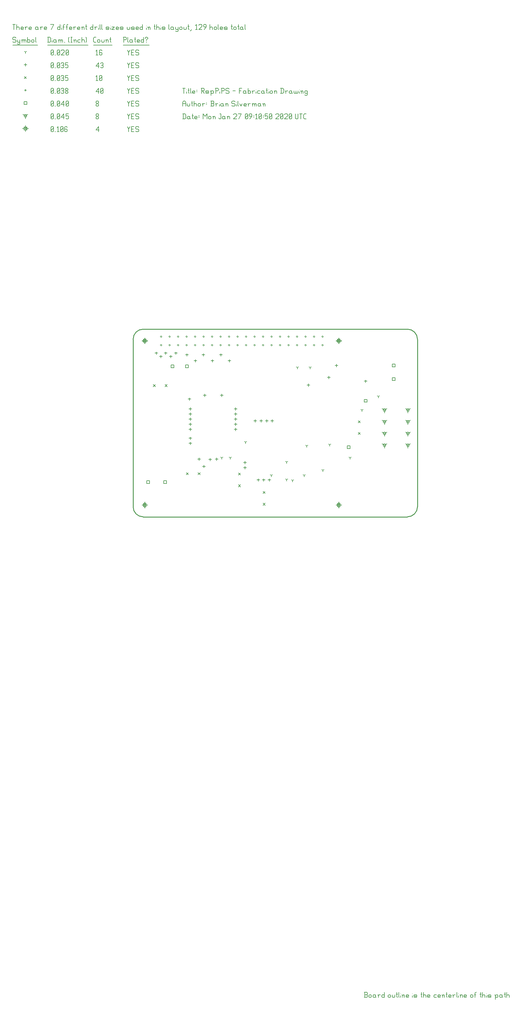
<source format=gbr>
G04 start of page 13 for group -3984 idx -3984 *
G04 Title: RspPiPS, fab *
G04 Creator: pcb 4.2.0 *
G04 CreationDate: Mon Jan 27 09:10:50 2020 UTC *
G04 For: brian *
G04 Format: Gerber/RS-274X *
G04 PCB-Dimensions (mil): 10000.00 10000.00 *
G04 PCB-Coordinate-Origin: lower left *
%MOIN*%
%FSLAX25Y25*%
%LNFAB*%
%ADD100C,0.0100*%
%ADD99C,0.0075*%
%ADD98C,0.0060*%
%ADD97R,0.0080X0.0080*%
G54D97*X383858Y765011D02*Y758611D01*
X380658Y761811D02*X387058D01*
X382258Y763411D02*X385458D01*
X382258D02*Y760211D01*
X385458D01*
Y763411D02*Y760211D01*
X383858Y572098D02*Y565698D01*
X380658Y568898D02*X387058D01*
X382258Y570498D02*X385458D01*
X382258D02*Y567298D01*
X385458D01*
Y570498D02*Y567298D01*
X155512Y765011D02*Y758611D01*
X152312Y761811D02*X158712D01*
X153912Y763411D02*X157112D01*
X153912D02*Y760211D01*
X157112D01*
Y763411D02*Y760211D01*
X155512Y572098D02*Y565698D01*
X152312Y568898D02*X158712D01*
X153912Y570498D02*X157112D01*
X153912D02*Y567298D01*
X157112D01*
Y570498D02*Y567298D01*
X15000Y1014450D02*Y1008050D01*
X11800Y1011250D02*X18200D01*
X13400Y1012850D02*X16600D01*
X13400D02*Y1009650D01*
X16600D01*
Y1012850D02*Y1009650D01*
G54D98*X135000Y1013500D02*X136500Y1010500D01*
X138000Y1013500D01*
X136500Y1010500D02*Y1007500D01*
X139800Y1010800D02*X142050D01*
X139800Y1007500D02*X142800D01*
X139800Y1013500D02*Y1007500D01*
Y1013500D02*X142800D01*
X147600D02*X148350Y1012750D01*
X145350Y1013500D02*X147600D01*
X144600Y1012750D02*X145350Y1013500D01*
X144600Y1012750D02*Y1011250D01*
X145350Y1010500D01*
X147600D01*
X148350Y1009750D01*
Y1008250D01*
X147600Y1007500D02*X148350Y1008250D01*
X145350Y1007500D02*X147600D01*
X144600Y1008250D02*X145350Y1007500D01*
X98000Y1009750D02*X101000Y1013500D01*
X98000Y1009750D02*X101750D01*
X101000Y1013500D02*Y1007500D01*
X45000Y1008250D02*X45750Y1007500D01*
X45000Y1012750D02*Y1008250D01*
Y1012750D02*X45750Y1013500D01*
X47250D01*
X48000Y1012750D01*
Y1008250D01*
X47250Y1007500D02*X48000Y1008250D01*
X45750Y1007500D02*X47250D01*
X45000Y1009000D02*X48000Y1012000D01*
X49800Y1007500D02*X50550D01*
X52350Y1012300D02*X53550Y1013500D01*
Y1007500D01*
X52350D02*X54600D01*
X56400Y1008250D02*X57150Y1007500D01*
X56400Y1012750D02*Y1008250D01*
Y1012750D02*X57150Y1013500D01*
X58650D01*
X59400Y1012750D01*
Y1008250D01*
X58650Y1007500D02*X59400Y1008250D01*
X57150Y1007500D02*X58650D01*
X56400Y1009000D02*X59400Y1012000D01*
X63450Y1013500D02*X64200Y1012750D01*
X61950Y1013500D02*X63450D01*
X61200Y1012750D02*X61950Y1013500D01*
X61200Y1012750D02*Y1008250D01*
X61950Y1007500D01*
X63450Y1010800D02*X64200Y1010050D01*
X61200Y1010800D02*X63450D01*
X61950Y1007500D02*X63450D01*
X64200Y1008250D01*
Y1010050D02*Y1008250D01*
X437610Y639323D02*Y636123D01*
Y639323D02*X440383Y640923D01*
X437610Y639323D02*X434837Y640923D01*
X436010Y639323D02*G75*G03X439210Y639323I1600J0D01*G01*
G75*G03X436010Y639323I-1600J0D01*G01*
X465169D02*Y636123D01*
Y639323D02*X467942Y640923D01*
X465169Y639323D02*X462396Y640923D01*
X463569Y639323D02*G75*G03X466769Y639323I1600J0D01*G01*
G75*G03X463569Y639323I-1600J0D01*G01*
X437610Y653102D02*Y649902D01*
Y653102D02*X440383Y654702D01*
X437610Y653102D02*X434837Y654702D01*
X436010Y653102D02*G75*G03X439210Y653102I1600J0D01*G01*
G75*G03X436010Y653102I-1600J0D01*G01*
X465169D02*Y649902D01*
Y653102D02*X467942Y654702D01*
X465169Y653102D02*X462396Y654702D01*
X463569Y653102D02*G75*G03X466769Y653102I1600J0D01*G01*
G75*G03X463569Y653102I-1600J0D01*G01*
X437610Y666882D02*Y663682D01*
Y666882D02*X440383Y668482D01*
X437610Y666882D02*X434837Y668482D01*
X436010Y666882D02*G75*G03X439210Y666882I1600J0D01*G01*
G75*G03X436010Y666882I-1600J0D01*G01*
X465169D02*Y663682D01*
Y666882D02*X467942Y668482D01*
X465169Y666882D02*X462396Y668482D01*
X463569Y666882D02*G75*G03X466769Y666882I1600J0D01*G01*
G75*G03X463569Y666882I-1600J0D01*G01*
X437610Y680661D02*Y677461D01*
Y680661D02*X440383Y682261D01*
X437610Y680661D02*X434837Y682261D01*
X436010Y680661D02*G75*G03X439210Y680661I1600J0D01*G01*
G75*G03X436010Y680661I-1600J0D01*G01*
X465169D02*Y677461D01*
Y680661D02*X467942Y682261D01*
X465169Y680661D02*X462396Y682261D01*
X463569Y680661D02*G75*G03X466769Y680661I1600J0D01*G01*
G75*G03X463569Y680661I-1600J0D01*G01*
X15000Y1026250D02*Y1023050D01*
Y1026250D02*X17773Y1027850D01*
X15000Y1026250D02*X12227Y1027850D01*
X13400Y1026250D02*G75*G03X16600Y1026250I1600J0D01*G01*
G75*G03X13400Y1026250I-1600J0D01*G01*
X135000Y1028500D02*X136500Y1025500D01*
X138000Y1028500D01*
X136500Y1025500D02*Y1022500D01*
X139800Y1025800D02*X142050D01*
X139800Y1022500D02*X142800D01*
X139800Y1028500D02*Y1022500D01*
Y1028500D02*X142800D01*
X147600D02*X148350Y1027750D01*
X145350Y1028500D02*X147600D01*
X144600Y1027750D02*X145350Y1028500D01*
X144600Y1027750D02*Y1026250D01*
X145350Y1025500D01*
X147600D01*
X148350Y1024750D01*
Y1023250D01*
X147600Y1022500D02*X148350Y1023250D01*
X145350Y1022500D02*X147600D01*
X144600Y1023250D02*X145350Y1022500D01*
X98000Y1023250D02*X98750Y1022500D01*
X98000Y1024450D02*Y1023250D01*
Y1024450D02*X99050Y1025500D01*
X99950D01*
X101000Y1024450D01*
Y1023250D01*
X100250Y1022500D02*X101000Y1023250D01*
X98750Y1022500D02*X100250D01*
X98000Y1026550D02*X99050Y1025500D01*
X98000Y1027750D02*Y1026550D01*
Y1027750D02*X98750Y1028500D01*
X100250D01*
X101000Y1027750D01*
Y1026550D01*
X99950Y1025500D02*X101000Y1026550D01*
X45000Y1023250D02*X45750Y1022500D01*
X45000Y1027750D02*Y1023250D01*
Y1027750D02*X45750Y1028500D01*
X47250D01*
X48000Y1027750D01*
Y1023250D01*
X47250Y1022500D02*X48000Y1023250D01*
X45750Y1022500D02*X47250D01*
X45000Y1024000D02*X48000Y1027000D01*
X49800Y1022500D02*X50550D01*
X52350Y1023250D02*X53100Y1022500D01*
X52350Y1027750D02*Y1023250D01*
Y1027750D02*X53100Y1028500D01*
X54600D01*
X55350Y1027750D01*
Y1023250D01*
X54600Y1022500D02*X55350Y1023250D01*
X53100Y1022500D02*X54600D01*
X52350Y1024000D02*X55350Y1027000D01*
X57150Y1024750D02*X60150Y1028500D01*
X57150Y1024750D02*X60900D01*
X60150Y1028500D02*Y1022500D01*
X62700Y1028500D02*X65700D01*
X62700D02*Y1025500D01*
X63450Y1026250D01*
X64950D01*
X65700Y1025500D01*
Y1023250D01*
X64950Y1022500D02*X65700Y1023250D01*
X63450Y1022500D02*X64950D01*
X62700Y1023250D02*X63450Y1022500D01*
X413900Y693100D02*X417100D01*
X413900D02*Y689900D01*
X417100D01*
Y693100D02*Y689900D01*
X446900Y718600D02*X450100D01*
X446900D02*Y715400D01*
X450100D01*
Y718600D02*Y715400D01*
X446900Y734600D02*X450100D01*
X446900D02*Y731400D01*
X450100D01*
Y734600D02*Y731400D01*
X157900Y597600D02*X161100D01*
X157900D02*Y594400D01*
X161100D01*
Y597600D02*Y594400D01*
X177900Y597600D02*X181100D01*
X177900D02*Y594400D01*
X181100D01*
Y597600D02*Y594400D01*
X393900Y638600D02*X397100D01*
X393900D02*Y635400D01*
X397100D01*
Y638600D02*Y635400D01*
X203400Y733600D02*X206600D01*
X203400D02*Y730400D01*
X206600D01*
Y733600D02*Y730400D01*
X186400Y733600D02*X189600D01*
X186400D02*Y730400D01*
X189600D01*
Y733600D02*Y730400D01*
X13400Y1042850D02*X16600D01*
X13400D02*Y1039650D01*
X16600D01*
Y1042850D02*Y1039650D01*
X135000Y1043500D02*X136500Y1040500D01*
X138000Y1043500D01*
X136500Y1040500D02*Y1037500D01*
X139800Y1040800D02*X142050D01*
X139800Y1037500D02*X142800D01*
X139800Y1043500D02*Y1037500D01*
Y1043500D02*X142800D01*
X147600D02*X148350Y1042750D01*
X145350Y1043500D02*X147600D01*
X144600Y1042750D02*X145350Y1043500D01*
X144600Y1042750D02*Y1041250D01*
X145350Y1040500D01*
X147600D01*
X148350Y1039750D01*
Y1038250D01*
X147600Y1037500D02*X148350Y1038250D01*
X145350Y1037500D02*X147600D01*
X144600Y1038250D02*X145350Y1037500D01*
X98000Y1038250D02*X98750Y1037500D01*
X98000Y1039450D02*Y1038250D01*
Y1039450D02*X99050Y1040500D01*
X99950D01*
X101000Y1039450D01*
Y1038250D01*
X100250Y1037500D02*X101000Y1038250D01*
X98750Y1037500D02*X100250D01*
X98000Y1041550D02*X99050Y1040500D01*
X98000Y1042750D02*Y1041550D01*
Y1042750D02*X98750Y1043500D01*
X100250D01*
X101000Y1042750D01*
Y1041550D01*
X99950Y1040500D02*X101000Y1041550D01*
X45000Y1038250D02*X45750Y1037500D01*
X45000Y1042750D02*Y1038250D01*
Y1042750D02*X45750Y1043500D01*
X47250D01*
X48000Y1042750D01*
Y1038250D01*
X47250Y1037500D02*X48000Y1038250D01*
X45750Y1037500D02*X47250D01*
X45000Y1039000D02*X48000Y1042000D01*
X49800Y1037500D02*X50550D01*
X52350Y1038250D02*X53100Y1037500D01*
X52350Y1042750D02*Y1038250D01*
Y1042750D02*X53100Y1043500D01*
X54600D01*
X55350Y1042750D01*
Y1038250D01*
X54600Y1037500D02*X55350Y1038250D01*
X53100Y1037500D02*X54600D01*
X52350Y1039000D02*X55350Y1042000D01*
X57150Y1039750D02*X60150Y1043500D01*
X57150Y1039750D02*X60900D01*
X60150Y1043500D02*Y1037500D01*
X62700Y1038250D02*X63450Y1037500D01*
X62700Y1042750D02*Y1038250D01*
Y1042750D02*X63450Y1043500D01*
X64950D01*
X65700Y1042750D01*
Y1038250D01*
X64950Y1037500D02*X65700Y1038250D01*
X63450Y1037500D02*X64950D01*
X62700Y1039000D02*X65700Y1042000D01*
X173900Y756800D02*G75*G03X175500Y756800I800J0D01*G01*
G75*G03X173900Y756800I-800J0D01*G01*
Y766800D02*G75*G03X175500Y766800I800J0D01*G01*
G75*G03X173900Y766800I-800J0D01*G01*
X183900Y756800D02*G75*G03X185500Y756800I800J0D01*G01*
G75*G03X183900Y756800I-800J0D01*G01*
Y766800D02*G75*G03X185500Y766800I800J0D01*G01*
G75*G03X183900Y766800I-800J0D01*G01*
X193900Y756800D02*G75*G03X195500Y756800I800J0D01*G01*
G75*G03X193900Y756800I-800J0D01*G01*
Y766800D02*G75*G03X195500Y766800I800J0D01*G01*
G75*G03X193900Y766800I-800J0D01*G01*
X203900Y756800D02*G75*G03X205500Y756800I800J0D01*G01*
G75*G03X203900Y756800I-800J0D01*G01*
Y766800D02*G75*G03X205500Y766800I800J0D01*G01*
G75*G03X203900Y766800I-800J0D01*G01*
X213900Y756800D02*G75*G03X215500Y756800I800J0D01*G01*
G75*G03X213900Y756800I-800J0D01*G01*
Y766800D02*G75*G03X215500Y766800I800J0D01*G01*
G75*G03X213900Y766800I-800J0D01*G01*
X223900Y756800D02*G75*G03X225500Y756800I800J0D01*G01*
G75*G03X223900Y756800I-800J0D01*G01*
Y766800D02*G75*G03X225500Y766800I800J0D01*G01*
G75*G03X223900Y766800I-800J0D01*G01*
X233900Y756800D02*G75*G03X235500Y756800I800J0D01*G01*
G75*G03X233900Y756800I-800J0D01*G01*
Y766800D02*G75*G03X235500Y766800I800J0D01*G01*
G75*G03X233900Y766800I-800J0D01*G01*
X243900Y756800D02*G75*G03X245500Y756800I800J0D01*G01*
G75*G03X243900Y756800I-800J0D01*G01*
Y766800D02*G75*G03X245500Y766800I800J0D01*G01*
G75*G03X243900Y766800I-800J0D01*G01*
X253900Y756800D02*G75*G03X255500Y756800I800J0D01*G01*
G75*G03X253900Y756800I-800J0D01*G01*
Y766800D02*G75*G03X255500Y766800I800J0D01*G01*
G75*G03X253900Y766800I-800J0D01*G01*
X263900Y756800D02*G75*G03X265500Y756800I800J0D01*G01*
G75*G03X263900Y756800I-800J0D01*G01*
Y766800D02*G75*G03X265500Y766800I800J0D01*G01*
G75*G03X263900Y766800I-800J0D01*G01*
X273900Y756800D02*G75*G03X275500Y756800I800J0D01*G01*
G75*G03X273900Y756800I-800J0D01*G01*
Y766800D02*G75*G03X275500Y766800I800J0D01*G01*
G75*G03X273900Y766800I-800J0D01*G01*
X283900Y756800D02*G75*G03X285500Y756800I800J0D01*G01*
G75*G03X283900Y756800I-800J0D01*G01*
Y766800D02*G75*G03X285500Y766800I800J0D01*G01*
G75*G03X283900Y766800I-800J0D01*G01*
X293900Y756800D02*G75*G03X295500Y756800I800J0D01*G01*
G75*G03X293900Y756800I-800J0D01*G01*
Y766800D02*G75*G03X295500Y766800I800J0D01*G01*
G75*G03X293900Y766800I-800J0D01*G01*
X303900Y756800D02*G75*G03X305500Y756800I800J0D01*G01*
G75*G03X303900Y756800I-800J0D01*G01*
Y766800D02*G75*G03X305500Y766800I800J0D01*G01*
G75*G03X303900Y766800I-800J0D01*G01*
X313900Y756800D02*G75*G03X315500Y756800I800J0D01*G01*
G75*G03X313900Y756800I-800J0D01*G01*
Y766800D02*G75*G03X315500Y766800I800J0D01*G01*
G75*G03X313900Y766800I-800J0D01*G01*
X323900Y756800D02*G75*G03X325500Y756800I800J0D01*G01*
G75*G03X323900Y756800I-800J0D01*G01*
Y766800D02*G75*G03X325500Y766800I800J0D01*G01*
G75*G03X323900Y766800I-800J0D01*G01*
X333900Y756800D02*G75*G03X335500Y756800I800J0D01*G01*
G75*G03X333900Y756800I-800J0D01*G01*
Y766800D02*G75*G03X335500Y766800I800J0D01*G01*
G75*G03X333900Y766800I-800J0D01*G01*
X343900Y756800D02*G75*G03X345500Y756800I800J0D01*G01*
G75*G03X343900Y756800I-800J0D01*G01*
Y766800D02*G75*G03X345500Y766800I800J0D01*G01*
G75*G03X343900Y766800I-800J0D01*G01*
X353900Y756800D02*G75*G03X355500Y756800I800J0D01*G01*
G75*G03X353900Y756800I-800J0D01*G01*
Y766800D02*G75*G03X355500Y766800I800J0D01*G01*
G75*G03X353900Y766800I-800J0D01*G01*
X363900Y756800D02*G75*G03X365500Y756800I800J0D01*G01*
G75*G03X363900Y756800I-800J0D01*G01*
Y766800D02*G75*G03X365500Y766800I800J0D01*G01*
G75*G03X363900Y766800I-800J0D01*G01*
X14200Y1056250D02*G75*G03X15800Y1056250I800J0D01*G01*
G75*G03X14200Y1056250I-800J0D01*G01*
X135000Y1058500D02*X136500Y1055500D01*
X138000Y1058500D01*
X136500Y1055500D02*Y1052500D01*
X139800Y1055800D02*X142050D01*
X139800Y1052500D02*X142800D01*
X139800Y1058500D02*Y1052500D01*
Y1058500D02*X142800D01*
X147600D02*X148350Y1057750D01*
X145350Y1058500D02*X147600D01*
X144600Y1057750D02*X145350Y1058500D01*
X144600Y1057750D02*Y1056250D01*
X145350Y1055500D01*
X147600D01*
X148350Y1054750D01*
Y1053250D01*
X147600Y1052500D02*X148350Y1053250D01*
X145350Y1052500D02*X147600D01*
X144600Y1053250D02*X145350Y1052500D01*
X98000Y1054750D02*X101000Y1058500D01*
X98000Y1054750D02*X101750D01*
X101000Y1058500D02*Y1052500D01*
X103550Y1053250D02*X104300Y1052500D01*
X103550Y1057750D02*Y1053250D01*
Y1057750D02*X104300Y1058500D01*
X105800D01*
X106550Y1057750D01*
Y1053250D01*
X105800Y1052500D02*X106550Y1053250D01*
X104300Y1052500D02*X105800D01*
X103550Y1054000D02*X106550Y1057000D01*
X45000Y1053250D02*X45750Y1052500D01*
X45000Y1057750D02*Y1053250D01*
Y1057750D02*X45750Y1058500D01*
X47250D01*
X48000Y1057750D01*
Y1053250D01*
X47250Y1052500D02*X48000Y1053250D01*
X45750Y1052500D02*X47250D01*
X45000Y1054000D02*X48000Y1057000D01*
X49800Y1052500D02*X50550D01*
X52350Y1053250D02*X53100Y1052500D01*
X52350Y1057750D02*Y1053250D01*
Y1057750D02*X53100Y1058500D01*
X54600D01*
X55350Y1057750D01*
Y1053250D01*
X54600Y1052500D02*X55350Y1053250D01*
X53100Y1052500D02*X54600D01*
X52350Y1054000D02*X55350Y1057000D01*
X57150Y1057750D02*X57900Y1058500D01*
X59400D01*
X60150Y1057750D01*
X59400Y1052500D02*X60150Y1053250D01*
X57900Y1052500D02*X59400D01*
X57150Y1053250D02*X57900Y1052500D01*
Y1055800D02*X59400D01*
X60150Y1057750D02*Y1056550D01*
Y1055050D02*Y1053250D01*
Y1055050D02*X59400Y1055800D01*
X60150Y1056550D02*X59400Y1055800D01*
X61950Y1053250D02*X62700Y1052500D01*
X61950Y1054450D02*Y1053250D01*
Y1054450D02*X63000Y1055500D01*
X63900D01*
X64950Y1054450D01*
Y1053250D01*
X64200Y1052500D02*X64950Y1053250D01*
X62700Y1052500D02*X64200D01*
X61950Y1056550D02*X63000Y1055500D01*
X61950Y1057750D02*Y1056550D01*
Y1057750D02*X62700Y1058500D01*
X64200D01*
X64950Y1057750D01*
Y1056550D01*
X63900Y1055500D02*X64950Y1056550D01*
X218225Y606999D02*X220625Y604599D01*
X218225D02*X220625Y606999D01*
X204446D02*X206846Y604599D01*
X204446D02*X206846Y606999D01*
X265800Y606590D02*X268200Y604190D01*
X265800D02*X268200Y606590D01*
X265800Y592810D02*X268200Y590410D01*
X265800D02*X268200Y592810D01*
X179335Y710476D02*X181735Y708076D01*
X179335D02*X181735Y710476D01*
X165556D02*X167956Y708076D01*
X165556D02*X167956Y710476D01*
X294749Y584968D02*X297149Y582568D01*
X294749D02*X297149Y584968D01*
X294749Y571188D02*X297149Y568788D01*
X294749D02*X297149Y571188D01*
X406800Y668090D02*X409200Y665690D01*
X406800D02*X409200Y668090D01*
X406800Y654310D02*X409200Y651910D01*
X406800D02*X409200Y654310D01*
X13800Y1072450D02*X16200Y1070050D01*
X13800D02*X16200Y1072450D01*
X135000Y1073500D02*X136500Y1070500D01*
X138000Y1073500D01*
X136500Y1070500D02*Y1067500D01*
X139800Y1070800D02*X142050D01*
X139800Y1067500D02*X142800D01*
X139800Y1073500D02*Y1067500D01*
Y1073500D02*X142800D01*
X147600D02*X148350Y1072750D01*
X145350Y1073500D02*X147600D01*
X144600Y1072750D02*X145350Y1073500D01*
X144600Y1072750D02*Y1071250D01*
X145350Y1070500D01*
X147600D01*
X148350Y1069750D01*
Y1068250D01*
X147600Y1067500D02*X148350Y1068250D01*
X145350Y1067500D02*X147600D01*
X144600Y1068250D02*X145350Y1067500D01*
X98000Y1072300D02*X99200Y1073500D01*
Y1067500D01*
X98000D02*X100250D01*
X102050Y1068250D02*X102800Y1067500D01*
X102050Y1072750D02*Y1068250D01*
Y1072750D02*X102800Y1073500D01*
X104300D01*
X105050Y1072750D01*
Y1068250D01*
X104300Y1067500D02*X105050Y1068250D01*
X102800Y1067500D02*X104300D01*
X102050Y1069000D02*X105050Y1072000D01*
X45000Y1068250D02*X45750Y1067500D01*
X45000Y1072750D02*Y1068250D01*
Y1072750D02*X45750Y1073500D01*
X47250D01*
X48000Y1072750D01*
Y1068250D01*
X47250Y1067500D02*X48000Y1068250D01*
X45750Y1067500D02*X47250D01*
X45000Y1069000D02*X48000Y1072000D01*
X49800Y1067500D02*X50550D01*
X52350Y1068250D02*X53100Y1067500D01*
X52350Y1072750D02*Y1068250D01*
Y1072750D02*X53100Y1073500D01*
X54600D01*
X55350Y1072750D01*
Y1068250D01*
X54600Y1067500D02*X55350Y1068250D01*
X53100Y1067500D02*X54600D01*
X52350Y1069000D02*X55350Y1072000D01*
X57150Y1072750D02*X57900Y1073500D01*
X59400D01*
X60150Y1072750D01*
X59400Y1067500D02*X60150Y1068250D01*
X57900Y1067500D02*X59400D01*
X57150Y1068250D02*X57900Y1067500D01*
Y1070800D02*X59400D01*
X60150Y1072750D02*Y1071550D01*
Y1070050D02*Y1068250D01*
Y1070050D02*X59400Y1070800D01*
X60150Y1071550D02*X59400Y1070800D01*
X61950Y1073500D02*X64950D01*
X61950D02*Y1070500D01*
X62700Y1071250D01*
X64200D01*
X64950Y1070500D01*
Y1068250D01*
X64200Y1067500D02*X64950Y1068250D01*
X62700Y1067500D02*X64200D01*
X61950Y1068250D02*X62700Y1067500D01*
X372000Y720600D02*Y717400D01*
X370400Y719000D02*X373600D01*
X348000Y711600D02*Y708400D01*
X346400Y710000D02*X349600D01*
X305500Y669600D02*Y666400D01*
X303900Y668000D02*X307100D01*
X292500Y669600D02*Y666400D01*
X290900Y668000D02*X294100D01*
X299000Y669600D02*Y666400D01*
X297400Y668000D02*X300600D01*
X285500Y669600D02*Y666400D01*
X283900Y668000D02*X287100D01*
X295500Y600100D02*Y596900D01*
X293900Y598500D02*X297100D01*
X302000Y600100D02*Y596900D01*
X300400Y598500D02*X303600D01*
X289000Y600100D02*Y596900D01*
X287400Y598500D02*X290600D01*
X415500Y716100D02*Y712900D01*
X413900Y714500D02*X417100D01*
X219500Y624600D02*Y621400D01*
X217900Y623000D02*X221100D01*
X225072Y616028D02*Y612828D01*
X223472Y614428D02*X226672D01*
X226000Y699600D02*Y696400D01*
X224400Y698000D02*X227600D01*
X246000Y699600D02*Y696400D01*
X244400Y698000D02*X247600D01*
X208000Y695100D02*Y691900D01*
X206400Y693500D02*X209600D01*
X232500Y624100D02*Y620900D01*
X230900Y622500D02*X234100D01*
X240000Y624600D02*Y621400D01*
X238400Y623000D02*X241600D01*
X209000Y659600D02*Y656400D01*
X207400Y658000D02*X210600D01*
X209000Y649100D02*Y645900D01*
X207400Y647500D02*X210600D01*
X209000Y643100D02*Y639900D01*
X207400Y641500D02*X210600D01*
X192000Y749100D02*Y745900D01*
X190400Y747500D02*X193600D01*
X186000Y745100D02*Y741900D01*
X184400Y743500D02*X187600D01*
X180000Y749100D02*Y745900D01*
X178400Y747500D02*X181600D01*
X174500Y745100D02*Y741900D01*
X172900Y743500D02*X176100D01*
X169000Y749100D02*Y745900D01*
X167400Y747500D02*X170600D01*
X381000Y734600D02*Y731400D01*
X379400Y733000D02*X382600D01*
X209000Y665600D02*Y662400D01*
X207400Y664000D02*X210600D01*
X209000Y671600D02*Y668400D01*
X207400Y670000D02*X210600D01*
X209000Y677600D02*Y674400D01*
X207400Y676000D02*X210600D01*
X262500Y677600D02*Y674400D01*
X260900Y676000D02*X264100D01*
X209000Y683600D02*Y680400D01*
X207400Y682000D02*X210600D01*
X262500Y683600D02*Y680400D01*
X260900Y682000D02*X264100D01*
X262500Y671600D02*Y668400D01*
X260900Y670000D02*X264100D01*
X262500Y665600D02*Y662400D01*
X260900Y664000D02*X264100D01*
X262500Y659600D02*Y656400D01*
X260900Y658000D02*X264100D01*
X205000Y747100D02*Y743900D01*
X203400Y745500D02*X206600D01*
X215000Y740100D02*Y736900D01*
X213400Y738500D02*X216600D01*
X224500Y747100D02*Y743900D01*
X222900Y745500D02*X226100D01*
X235000Y740100D02*Y736900D01*
X233400Y738500D02*X236600D01*
X245000Y747100D02*Y743900D01*
X243400Y745500D02*X246600D01*
X255000Y740100D02*Y736900D01*
X253400Y738500D02*X256600D01*
X273500Y620600D02*Y617400D01*
X271900Y619000D02*X275100D01*
X273500Y614600D02*Y611400D01*
X271900Y613000D02*X275100D01*
X15000Y1087850D02*Y1084650D01*
X13400Y1086250D02*X16600D01*
X135000Y1088500D02*X136500Y1085500D01*
X138000Y1088500D01*
X136500Y1085500D02*Y1082500D01*
X139800Y1085800D02*X142050D01*
X139800Y1082500D02*X142800D01*
X139800Y1088500D02*Y1082500D01*
Y1088500D02*X142800D01*
X147600D02*X148350Y1087750D01*
X145350Y1088500D02*X147600D01*
X144600Y1087750D02*X145350Y1088500D01*
X144600Y1087750D02*Y1086250D01*
X145350Y1085500D01*
X147600D01*
X148350Y1084750D01*
Y1083250D01*
X147600Y1082500D02*X148350Y1083250D01*
X145350Y1082500D02*X147600D01*
X144600Y1083250D02*X145350Y1082500D01*
X98000Y1084750D02*X101000Y1088500D01*
X98000Y1084750D02*X101750D01*
X101000Y1088500D02*Y1082500D01*
X103550Y1087750D02*X104300Y1088500D01*
X105800D01*
X106550Y1087750D01*
X105800Y1082500D02*X106550Y1083250D01*
X104300Y1082500D02*X105800D01*
X103550Y1083250D02*X104300Y1082500D01*
Y1085800D02*X105800D01*
X106550Y1087750D02*Y1086550D01*
Y1085050D02*Y1083250D01*
Y1085050D02*X105800Y1085800D01*
X106550Y1086550D02*X105800Y1085800D01*
X45000Y1083250D02*X45750Y1082500D01*
X45000Y1087750D02*Y1083250D01*
Y1087750D02*X45750Y1088500D01*
X47250D01*
X48000Y1087750D01*
Y1083250D01*
X47250Y1082500D02*X48000Y1083250D01*
X45750Y1082500D02*X47250D01*
X45000Y1084000D02*X48000Y1087000D01*
X49800Y1082500D02*X50550D01*
X52350Y1083250D02*X53100Y1082500D01*
X52350Y1087750D02*Y1083250D01*
Y1087750D02*X53100Y1088500D01*
X54600D01*
X55350Y1087750D01*
Y1083250D01*
X54600Y1082500D02*X55350Y1083250D01*
X53100Y1082500D02*X54600D01*
X52350Y1084000D02*X55350Y1087000D01*
X57150Y1087750D02*X57900Y1088500D01*
X59400D01*
X60150Y1087750D01*
X59400Y1082500D02*X60150Y1083250D01*
X57900Y1082500D02*X59400D01*
X57150Y1083250D02*X57900Y1082500D01*
Y1085800D02*X59400D01*
X60150Y1087750D02*Y1086550D01*
Y1085050D02*Y1083250D01*
Y1085050D02*X59400Y1085800D01*
X60150Y1086550D02*X59400Y1085800D01*
X61950Y1088500D02*X64950D01*
X61950D02*Y1085500D01*
X62700Y1086250D01*
X64200D01*
X64950Y1085500D01*
Y1083250D01*
X64200Y1082500D02*X64950Y1083250D01*
X62700Y1082500D02*X64200D01*
X61950Y1083250D02*X62700Y1082500D01*
X322500Y619500D02*Y617900D01*
Y619500D02*X323887Y620300D01*
X322500Y619500D02*X321113Y620300D01*
X304500Y604000D02*Y602400D01*
Y604000D02*X305887Y604800D01*
X304500Y604000D02*X303113Y604800D01*
X365000Y610000D02*Y608400D01*
Y610000D02*X366387Y610800D01*
X365000Y610000D02*X363613Y610800D01*
X246000Y624500D02*Y622900D01*
Y624500D02*X247387Y625300D01*
X246000Y624500D02*X244613Y625300D01*
X256000Y624500D02*Y622900D01*
Y624500D02*X257387Y625300D01*
X256000Y624500D02*X254613Y625300D01*
X350000Y730500D02*Y728900D01*
Y730500D02*X351387Y731300D01*
X350000Y730500D02*X348613Y731300D01*
X335000Y730500D02*Y728900D01*
Y730500D02*X336387Y731300D01*
X335000Y730500D02*X333613Y731300D01*
X343000Y604000D02*Y602400D01*
Y604000D02*X344387Y604800D01*
X343000Y604000D02*X341613Y604800D01*
X346000Y638500D02*Y636900D01*
Y638500D02*X347387Y639300D01*
X346000Y638500D02*X344613Y639300D01*
X373000Y640000D02*Y638400D01*
Y640000D02*X374387Y640800D01*
X373000Y640000D02*X371613Y640800D01*
X329500Y598000D02*Y596400D01*
Y598000D02*X330887Y598800D01*
X329500Y598000D02*X328113Y598800D01*
X322500Y599000D02*Y597400D01*
Y599000D02*X323887Y599800D01*
X322500Y599000D02*X321113Y599800D01*
X274000Y643000D02*Y641400D01*
Y643000D02*X275387Y643800D01*
X274000Y643000D02*X272613Y643800D01*
X411000Y680500D02*Y678900D01*
Y680500D02*X412387Y681300D01*
X411000Y680500D02*X409613Y681300D01*
X430500Y696500D02*Y694900D01*
Y696500D02*X431887Y697300D01*
X430500Y696500D02*X429113Y697300D01*
X397000Y624500D02*Y622900D01*
Y624500D02*X398387Y625300D01*
X397000Y624500D02*X395613Y625300D01*
X15000Y1101250D02*Y1099650D01*
Y1101250D02*X16387Y1102050D01*
X15000Y1101250D02*X13613Y1102050D01*
X135000Y1103500D02*X136500Y1100500D01*
X138000Y1103500D01*
X136500Y1100500D02*Y1097500D01*
X139800Y1100800D02*X142050D01*
X139800Y1097500D02*X142800D01*
X139800Y1103500D02*Y1097500D01*
Y1103500D02*X142800D01*
X147600D02*X148350Y1102750D01*
X145350Y1103500D02*X147600D01*
X144600Y1102750D02*X145350Y1103500D01*
X144600Y1102750D02*Y1101250D01*
X145350Y1100500D01*
X147600D01*
X148350Y1099750D01*
Y1098250D01*
X147600Y1097500D02*X148350Y1098250D01*
X145350Y1097500D02*X147600D01*
X144600Y1098250D02*X145350Y1097500D01*
X98000Y1102300D02*X99200Y1103500D01*
Y1097500D01*
X98000D02*X100250D01*
X104300Y1103500D02*X105050Y1102750D01*
X102800Y1103500D02*X104300D01*
X102050Y1102750D02*X102800Y1103500D01*
X102050Y1102750D02*Y1098250D01*
X102800Y1097500D01*
X104300Y1100800D02*X105050Y1100050D01*
X102050Y1100800D02*X104300D01*
X102800Y1097500D02*X104300D01*
X105050Y1098250D01*
Y1100050D02*Y1098250D01*
X45000D02*X45750Y1097500D01*
X45000Y1102750D02*Y1098250D01*
Y1102750D02*X45750Y1103500D01*
X47250D01*
X48000Y1102750D01*
Y1098250D01*
X47250Y1097500D02*X48000Y1098250D01*
X45750Y1097500D02*X47250D01*
X45000Y1099000D02*X48000Y1102000D01*
X49800Y1097500D02*X50550D01*
X52350Y1098250D02*X53100Y1097500D01*
X52350Y1102750D02*Y1098250D01*
Y1102750D02*X53100Y1103500D01*
X54600D01*
X55350Y1102750D01*
Y1098250D01*
X54600Y1097500D02*X55350Y1098250D01*
X53100Y1097500D02*X54600D01*
X52350Y1099000D02*X55350Y1102000D01*
X57150Y1102750D02*X57900Y1103500D01*
X60150D01*
X60900Y1102750D01*
Y1101250D01*
X57150Y1097500D02*X60900Y1101250D01*
X57150Y1097500D02*X60900D01*
X62700Y1098250D02*X63450Y1097500D01*
X62700Y1102750D02*Y1098250D01*
Y1102750D02*X63450Y1103500D01*
X64950D01*
X65700Y1102750D01*
Y1098250D01*
X64950Y1097500D02*X65700Y1098250D01*
X63450Y1097500D02*X64950D01*
X62700Y1099000D02*X65700Y1102000D01*
X3000Y1118500D02*X3750Y1117750D01*
X750Y1118500D02*X3000D01*
X0Y1117750D02*X750Y1118500D01*
X0Y1117750D02*Y1116250D01*
X750Y1115500D01*
X3000D01*
X3750Y1114750D01*
Y1113250D01*
X3000Y1112500D02*X3750Y1113250D01*
X750Y1112500D02*X3000D01*
X0Y1113250D02*X750Y1112500D01*
X5550Y1115500D02*Y1113250D01*
X6300Y1112500D01*
X8550Y1115500D02*Y1111000D01*
X7800Y1110250D02*X8550Y1111000D01*
X6300Y1110250D02*X7800D01*
X5550Y1111000D02*X6300Y1110250D01*
Y1112500D02*X7800D01*
X8550Y1113250D01*
X11100Y1114750D02*Y1112500D01*
Y1114750D02*X11850Y1115500D01*
X12600D01*
X13350Y1114750D01*
Y1112500D01*
Y1114750D02*X14100Y1115500D01*
X14850D01*
X15600Y1114750D01*
Y1112500D01*
X10350Y1115500D02*X11100Y1114750D01*
X17400Y1118500D02*Y1112500D01*
Y1113250D02*X18150Y1112500D01*
X19650D01*
X20400Y1113250D01*
Y1114750D02*Y1113250D01*
X19650Y1115500D02*X20400Y1114750D01*
X18150Y1115500D02*X19650D01*
X17400Y1114750D02*X18150Y1115500D01*
X22200Y1114750D02*Y1113250D01*
Y1114750D02*X22950Y1115500D01*
X24450D01*
X25200Y1114750D01*
Y1113250D01*
X24450Y1112500D02*X25200Y1113250D01*
X22950Y1112500D02*X24450D01*
X22200Y1113250D02*X22950Y1112500D01*
X27000Y1118500D02*Y1113250D01*
X27750Y1112500D01*
X0Y1109250D02*X29250D01*
X41750Y1118500D02*Y1112500D01*
X43700Y1118500D02*X44750Y1117450D01*
Y1113550D01*
X43700Y1112500D02*X44750Y1113550D01*
X41000Y1112500D02*X43700D01*
X41000Y1118500D02*X43700D01*
G54D99*X46550Y1117000D02*Y1116850D01*
G54D98*Y1114750D02*Y1112500D01*
X50300Y1115500D02*X51050Y1114750D01*
X48800Y1115500D02*X50300D01*
X48050Y1114750D02*X48800Y1115500D01*
X48050Y1114750D02*Y1113250D01*
X48800Y1112500D01*
X51050Y1115500D02*Y1113250D01*
X51800Y1112500D01*
X48800D02*X50300D01*
X51050Y1113250D01*
X54350Y1114750D02*Y1112500D01*
Y1114750D02*X55100Y1115500D01*
X55850D01*
X56600Y1114750D01*
Y1112500D01*
Y1114750D02*X57350Y1115500D01*
X58100D01*
X58850Y1114750D01*
Y1112500D01*
X53600Y1115500D02*X54350Y1114750D01*
X60650Y1112500D02*X61400D01*
X65900Y1113250D02*X66650Y1112500D01*
X65900Y1117750D02*X66650Y1118500D01*
X65900Y1117750D02*Y1113250D01*
X68450Y1118500D02*X69950D01*
X69200D02*Y1112500D01*
X68450D02*X69950D01*
X72500Y1114750D02*Y1112500D01*
Y1114750D02*X73250Y1115500D01*
X74000D01*
X74750Y1114750D01*
Y1112500D01*
X71750Y1115500D02*X72500Y1114750D01*
X77300Y1115500D02*X79550D01*
X76550Y1114750D02*X77300Y1115500D01*
X76550Y1114750D02*Y1113250D01*
X77300Y1112500D01*
X79550D01*
X81350Y1118500D02*Y1112500D01*
Y1114750D02*X82100Y1115500D01*
X83600D01*
X84350Y1114750D01*
Y1112500D01*
X86150Y1118500D02*X86900Y1117750D01*
Y1113250D01*
X86150Y1112500D02*X86900Y1113250D01*
X41000Y1109250D02*X88700D01*
X96050Y1112500D02*X98000D01*
X95000Y1113550D02*X96050Y1112500D01*
X95000Y1117450D02*Y1113550D01*
Y1117450D02*X96050Y1118500D01*
X98000D01*
X99800Y1114750D02*Y1113250D01*
Y1114750D02*X100550Y1115500D01*
X102050D01*
X102800Y1114750D01*
Y1113250D01*
X102050Y1112500D02*X102800Y1113250D01*
X100550Y1112500D02*X102050D01*
X99800Y1113250D02*X100550Y1112500D01*
X104600Y1115500D02*Y1113250D01*
X105350Y1112500D01*
X106850D01*
X107600Y1113250D01*
Y1115500D02*Y1113250D01*
X110150Y1114750D02*Y1112500D01*
Y1114750D02*X110900Y1115500D01*
X111650D01*
X112400Y1114750D01*
Y1112500D01*
X109400Y1115500D02*X110150Y1114750D01*
X114950Y1118500D02*Y1113250D01*
X115700Y1112500D01*
X114200Y1116250D02*X115700D01*
X95000Y1109250D02*X117200D01*
X130750Y1118500D02*Y1112500D01*
X130000Y1118500D02*X133000D01*
X133750Y1117750D01*
Y1116250D01*
X133000Y1115500D02*X133750Y1116250D01*
X130750Y1115500D02*X133000D01*
X135550Y1118500D02*Y1113250D01*
X136300Y1112500D01*
X140050Y1115500D02*X140800Y1114750D01*
X138550Y1115500D02*X140050D01*
X137800Y1114750D02*X138550Y1115500D01*
X137800Y1114750D02*Y1113250D01*
X138550Y1112500D01*
X140800Y1115500D02*Y1113250D01*
X141550Y1112500D01*
X138550D02*X140050D01*
X140800Y1113250D01*
X144100Y1118500D02*Y1113250D01*
X144850Y1112500D01*
X143350Y1116250D02*X144850D01*
X147100Y1112500D02*X149350D01*
X146350Y1113250D02*X147100Y1112500D01*
X146350Y1114750D02*Y1113250D01*
Y1114750D02*X147100Y1115500D01*
X148600D01*
X149350Y1114750D01*
X146350Y1114000D02*X149350D01*
Y1114750D02*Y1114000D01*
X154150Y1118500D02*Y1112500D01*
X153400D02*X154150Y1113250D01*
X151900Y1112500D02*X153400D01*
X151150Y1113250D02*X151900Y1112500D01*
X151150Y1114750D02*Y1113250D01*
Y1114750D02*X151900Y1115500D01*
X153400D01*
X154150Y1114750D01*
X157450Y1115500D02*Y1114750D01*
Y1113250D02*Y1112500D01*
X155950Y1117750D02*Y1117000D01*
Y1117750D02*X156700Y1118500D01*
X158200D01*
X158950Y1117750D01*
Y1117000D01*
X157450Y1115500D02*X158950Y1117000D01*
X130000Y1109250D02*X160750D01*
X0Y1133500D02*X3000D01*
X1500D02*Y1127500D01*
X4800Y1133500D02*Y1127500D01*
Y1129750D02*X5550Y1130500D01*
X7050D01*
X7800Y1129750D01*
Y1127500D01*
X10350D02*X12600D01*
X9600Y1128250D02*X10350Y1127500D01*
X9600Y1129750D02*Y1128250D01*
Y1129750D02*X10350Y1130500D01*
X11850D01*
X12600Y1129750D01*
X9600Y1129000D02*X12600D01*
Y1129750D02*Y1129000D01*
X15150Y1129750D02*Y1127500D01*
Y1129750D02*X15900Y1130500D01*
X17400D01*
X14400D02*X15150Y1129750D01*
X19950Y1127500D02*X22200D01*
X19200Y1128250D02*X19950Y1127500D01*
X19200Y1129750D02*Y1128250D01*
Y1129750D02*X19950Y1130500D01*
X21450D01*
X22200Y1129750D01*
X19200Y1129000D02*X22200D01*
Y1129750D02*Y1129000D01*
X28950Y1130500D02*X29700Y1129750D01*
X27450Y1130500D02*X28950D01*
X26700Y1129750D02*X27450Y1130500D01*
X26700Y1129750D02*Y1128250D01*
X27450Y1127500D01*
X29700Y1130500D02*Y1128250D01*
X30450Y1127500D01*
X27450D02*X28950D01*
X29700Y1128250D01*
X33000Y1129750D02*Y1127500D01*
Y1129750D02*X33750Y1130500D01*
X35250D01*
X32250D02*X33000Y1129750D01*
X37800Y1127500D02*X40050D01*
X37050Y1128250D02*X37800Y1127500D01*
X37050Y1129750D02*Y1128250D01*
Y1129750D02*X37800Y1130500D01*
X39300D01*
X40050Y1129750D01*
X37050Y1129000D02*X40050D01*
Y1129750D02*Y1129000D01*
X45300Y1127500D02*X48300Y1133500D01*
X44550D02*X48300D01*
X55800D02*Y1127500D01*
X55050D02*X55800Y1128250D01*
X53550Y1127500D02*X55050D01*
X52800Y1128250D02*X53550Y1127500D01*
X52800Y1129750D02*Y1128250D01*
Y1129750D02*X53550Y1130500D01*
X55050D01*
X55800Y1129750D01*
G54D99*X57600Y1132000D02*Y1131850D01*
G54D98*Y1129750D02*Y1127500D01*
X59850Y1132750D02*Y1127500D01*
Y1132750D02*X60600Y1133500D01*
X61350D01*
X59100Y1130500D02*X60600D01*
X63600Y1132750D02*Y1127500D01*
Y1132750D02*X64350Y1133500D01*
X65100D01*
X62850Y1130500D02*X64350D01*
X67350Y1127500D02*X69600D01*
X66600Y1128250D02*X67350Y1127500D01*
X66600Y1129750D02*Y1128250D01*
Y1129750D02*X67350Y1130500D01*
X68850D01*
X69600Y1129750D01*
X66600Y1129000D02*X69600D01*
Y1129750D02*Y1129000D01*
X72150Y1129750D02*Y1127500D01*
Y1129750D02*X72900Y1130500D01*
X74400D01*
X71400D02*X72150Y1129750D01*
X76950Y1127500D02*X79200D01*
X76200Y1128250D02*X76950Y1127500D01*
X76200Y1129750D02*Y1128250D01*
Y1129750D02*X76950Y1130500D01*
X78450D01*
X79200Y1129750D01*
X76200Y1129000D02*X79200D01*
Y1129750D02*Y1129000D01*
X81750Y1129750D02*Y1127500D01*
Y1129750D02*X82500Y1130500D01*
X83250D01*
X84000Y1129750D01*
Y1127500D01*
X81000Y1130500D02*X81750Y1129750D01*
X86550Y1133500D02*Y1128250D01*
X87300Y1127500D01*
X85800Y1131250D02*X87300D01*
X94500Y1133500D02*Y1127500D01*
X93750D02*X94500Y1128250D01*
X92250Y1127500D02*X93750D01*
X91500Y1128250D02*X92250Y1127500D01*
X91500Y1129750D02*Y1128250D01*
Y1129750D02*X92250Y1130500D01*
X93750D01*
X94500Y1129750D01*
X97050D02*Y1127500D01*
Y1129750D02*X97800Y1130500D01*
X99300D01*
X96300D02*X97050Y1129750D01*
G54D99*X101100Y1132000D02*Y1131850D01*
G54D98*Y1129750D02*Y1127500D01*
X102600Y1133500D02*Y1128250D01*
X103350Y1127500D01*
X104850Y1133500D02*Y1128250D01*
X105600Y1127500D01*
X110550D02*X112800D01*
X113550Y1128250D01*
X112800Y1129000D02*X113550Y1128250D01*
X110550Y1129000D02*X112800D01*
X109800Y1129750D02*X110550Y1129000D01*
X109800Y1129750D02*X110550Y1130500D01*
X112800D01*
X113550Y1129750D01*
X109800Y1128250D02*X110550Y1127500D01*
G54D99*X115350Y1132000D02*Y1131850D01*
G54D98*Y1129750D02*Y1127500D01*
X116850Y1130500D02*X119850D01*
X116850Y1127500D02*X119850Y1130500D01*
X116850Y1127500D02*X119850D01*
X122400D02*X124650D01*
X121650Y1128250D02*X122400Y1127500D01*
X121650Y1129750D02*Y1128250D01*
Y1129750D02*X122400Y1130500D01*
X123900D01*
X124650Y1129750D01*
X121650Y1129000D02*X124650D01*
Y1129750D02*Y1129000D01*
X127200Y1127500D02*X129450D01*
X130200Y1128250D01*
X129450Y1129000D02*X130200Y1128250D01*
X127200Y1129000D02*X129450D01*
X126450Y1129750D02*X127200Y1129000D01*
X126450Y1129750D02*X127200Y1130500D01*
X129450D01*
X130200Y1129750D01*
X126450Y1128250D02*X127200Y1127500D01*
X134700Y1130500D02*Y1128250D01*
X135450Y1127500D01*
X136950D01*
X137700Y1128250D01*
Y1130500D02*Y1128250D01*
X140250Y1127500D02*X142500D01*
X143250Y1128250D01*
X142500Y1129000D02*X143250Y1128250D01*
X140250Y1129000D02*X142500D01*
X139500Y1129750D02*X140250Y1129000D01*
X139500Y1129750D02*X140250Y1130500D01*
X142500D01*
X143250Y1129750D01*
X139500Y1128250D02*X140250Y1127500D01*
X145800D02*X148050D01*
X145050Y1128250D02*X145800Y1127500D01*
X145050Y1129750D02*Y1128250D01*
Y1129750D02*X145800Y1130500D01*
X147300D01*
X148050Y1129750D01*
X145050Y1129000D02*X148050D01*
Y1129750D02*Y1129000D01*
X152850Y1133500D02*Y1127500D01*
X152100D02*X152850Y1128250D01*
X150600Y1127500D02*X152100D01*
X149850Y1128250D02*X150600Y1127500D01*
X149850Y1129750D02*Y1128250D01*
Y1129750D02*X150600Y1130500D01*
X152100D01*
X152850Y1129750D01*
G54D99*X157350Y1132000D02*Y1131850D01*
G54D98*Y1129750D02*Y1127500D01*
X159600Y1129750D02*Y1127500D01*
Y1129750D02*X160350Y1130500D01*
X161100D01*
X161850Y1129750D01*
Y1127500D01*
X158850Y1130500D02*X159600Y1129750D01*
X167100Y1133500D02*Y1128250D01*
X167850Y1127500D01*
X166350Y1131250D02*X167850D01*
X169350Y1133500D02*Y1127500D01*
Y1129750D02*X170100Y1130500D01*
X171600D01*
X172350Y1129750D01*
Y1127500D01*
G54D99*X174150Y1132000D02*Y1131850D01*
G54D98*Y1129750D02*Y1127500D01*
X176400D02*X178650D01*
X179400Y1128250D01*
X178650Y1129000D02*X179400Y1128250D01*
X176400Y1129000D02*X178650D01*
X175650Y1129750D02*X176400Y1129000D01*
X175650Y1129750D02*X176400Y1130500D01*
X178650D01*
X179400Y1129750D01*
X175650Y1128250D02*X176400Y1127500D01*
X183900Y1133500D02*Y1128250D01*
X184650Y1127500D01*
X188400Y1130500D02*X189150Y1129750D01*
X186900Y1130500D02*X188400D01*
X186150Y1129750D02*X186900Y1130500D01*
X186150Y1129750D02*Y1128250D01*
X186900Y1127500D01*
X189150Y1130500D02*Y1128250D01*
X189900Y1127500D01*
X186900D02*X188400D01*
X189150Y1128250D01*
X191700Y1130500D02*Y1128250D01*
X192450Y1127500D01*
X194700Y1130500D02*Y1126000D01*
X193950Y1125250D02*X194700Y1126000D01*
X192450Y1125250D02*X193950D01*
X191700Y1126000D02*X192450Y1125250D01*
Y1127500D02*X193950D01*
X194700Y1128250D01*
X196500Y1129750D02*Y1128250D01*
Y1129750D02*X197250Y1130500D01*
X198750D01*
X199500Y1129750D01*
Y1128250D01*
X198750Y1127500D02*X199500Y1128250D01*
X197250Y1127500D02*X198750D01*
X196500Y1128250D02*X197250Y1127500D01*
X201300Y1130500D02*Y1128250D01*
X202050Y1127500D01*
X203550D01*
X204300Y1128250D01*
Y1130500D02*Y1128250D01*
X206850Y1133500D02*Y1128250D01*
X207600Y1127500D01*
X206100Y1131250D02*X207600D01*
X209100Y1126000D02*X210600Y1127500D01*
X215100Y1132300D02*X216300Y1133500D01*
Y1127500D01*
X215100D02*X217350D01*
X219150Y1132750D02*X219900Y1133500D01*
X222150D01*
X222900Y1132750D01*
Y1131250D01*
X219150Y1127500D02*X222900Y1131250D01*
X219150Y1127500D02*X222900D01*
X225450D02*X227700Y1130500D01*
Y1132750D02*Y1130500D01*
X226950Y1133500D02*X227700Y1132750D01*
X225450Y1133500D02*X226950D01*
X224700Y1132750D02*X225450Y1133500D01*
X224700Y1132750D02*Y1131250D01*
X225450Y1130500D01*
X227700D01*
X232200Y1133500D02*Y1127500D01*
Y1129750D02*X232950Y1130500D01*
X234450D01*
X235200Y1129750D01*
Y1127500D01*
X237000Y1129750D02*Y1128250D01*
Y1129750D02*X237750Y1130500D01*
X239250D01*
X240000Y1129750D01*
Y1128250D01*
X239250Y1127500D02*X240000Y1128250D01*
X237750Y1127500D02*X239250D01*
X237000Y1128250D02*X237750Y1127500D01*
X241800Y1133500D02*Y1128250D01*
X242550Y1127500D01*
X244800D02*X247050D01*
X244050Y1128250D02*X244800Y1127500D01*
X244050Y1129750D02*Y1128250D01*
Y1129750D02*X244800Y1130500D01*
X246300D01*
X247050Y1129750D01*
X244050Y1129000D02*X247050D01*
Y1129750D02*Y1129000D01*
X249600Y1127500D02*X251850D01*
X252600Y1128250D01*
X251850Y1129000D02*X252600Y1128250D01*
X249600Y1129000D02*X251850D01*
X248850Y1129750D02*X249600Y1129000D01*
X248850Y1129750D02*X249600Y1130500D01*
X251850D01*
X252600Y1129750D01*
X248850Y1128250D02*X249600Y1127500D01*
X257850Y1133500D02*Y1128250D01*
X258600Y1127500D01*
X257100Y1131250D02*X258600D01*
X260100Y1129750D02*Y1128250D01*
Y1129750D02*X260850Y1130500D01*
X262350D01*
X263100Y1129750D01*
Y1128250D01*
X262350Y1127500D02*X263100Y1128250D01*
X260850Y1127500D02*X262350D01*
X260100Y1128250D02*X260850Y1127500D01*
X265650Y1133500D02*Y1128250D01*
X266400Y1127500D01*
X264900Y1131250D02*X266400D01*
X270150Y1130500D02*X270900Y1129750D01*
X268650Y1130500D02*X270150D01*
X267900Y1129750D02*X268650Y1130500D01*
X267900Y1129750D02*Y1128250D01*
X268650Y1127500D01*
X270900Y1130500D02*Y1128250D01*
X271650Y1127500D01*
X268650D02*X270150D01*
X270900Y1128250D01*
X273450Y1133500D02*Y1128250D01*
X274200Y1127500D01*
G54D100*X141732Y763780D02*Y566929D01*
X153543Y555118D02*X464567D01*
X476378Y566929D02*Y763780D01*
X464567Y775591D02*X153543D01*
X141732Y763780D02*G75*G02X153543Y775591I11811J0D01*G01*
X464567D02*G75*G02X476378Y763780I0J-11811D01*G01*
Y566929D02*G75*G02X464567Y555118I-11811J0D01*G01*
X141732Y566929D02*G75*G03X153543Y555118I11811J0D01*G01*
G54D98*X413675Y-9500D02*X416675D01*
X417425Y-8750D01*
Y-6950D02*Y-8750D01*
X416675Y-6200D02*X417425Y-6950D01*
X414425Y-6200D02*X416675D01*
X414425Y-3500D02*Y-9500D01*
X413675Y-3500D02*X416675D01*
X417425Y-4250D01*
Y-5450D01*
X416675Y-6200D02*X417425Y-5450D01*
X419225Y-7250D02*Y-8750D01*
Y-7250D02*X419975Y-6500D01*
X421475D01*
X422225Y-7250D01*
Y-8750D01*
X421475Y-9500D02*X422225Y-8750D01*
X419975Y-9500D02*X421475D01*
X419225Y-8750D02*X419975Y-9500D01*
X426275Y-6500D02*X427025Y-7250D01*
X424775Y-6500D02*X426275D01*
X424025Y-7250D02*X424775Y-6500D01*
X424025Y-7250D02*Y-8750D01*
X424775Y-9500D01*
X427025Y-6500D02*Y-8750D01*
X427775Y-9500D01*
X424775D02*X426275D01*
X427025Y-8750D01*
X430325Y-7250D02*Y-9500D01*
Y-7250D02*X431075Y-6500D01*
X432575D01*
X429575D02*X430325Y-7250D01*
X437375Y-3500D02*Y-9500D01*
X436625D02*X437375Y-8750D01*
X435125Y-9500D02*X436625D01*
X434375Y-8750D02*X435125Y-9500D01*
X434375Y-7250D02*Y-8750D01*
Y-7250D02*X435125Y-6500D01*
X436625D01*
X437375Y-7250D01*
X441875D02*Y-8750D01*
Y-7250D02*X442625Y-6500D01*
X444125D01*
X444875Y-7250D01*
Y-8750D01*
X444125Y-9500D02*X444875Y-8750D01*
X442625Y-9500D02*X444125D01*
X441875Y-8750D02*X442625Y-9500D01*
X446675Y-6500D02*Y-8750D01*
X447425Y-9500D01*
X448925D01*
X449675Y-8750D01*
Y-6500D02*Y-8750D01*
X452225Y-3500D02*Y-8750D01*
X452975Y-9500D01*
X451475Y-5750D02*X452975D01*
X454475Y-3500D02*Y-8750D01*
X455225Y-9500D01*
G54D99*X456725Y-5000D02*Y-5150D01*
G54D98*Y-7250D02*Y-9500D01*
X458975Y-7250D02*Y-9500D01*
Y-7250D02*X459725Y-6500D01*
X460475D01*
X461225Y-7250D01*
Y-9500D01*
X458225Y-6500D02*X458975Y-7250D01*
X463775Y-9500D02*X466025D01*
X463025Y-8750D02*X463775Y-9500D01*
X463025Y-7250D02*Y-8750D01*
Y-7250D02*X463775Y-6500D01*
X465275D01*
X466025Y-7250D01*
X463025Y-8000D02*X466025D01*
Y-7250D02*Y-8000D01*
G54D99*X470525Y-5000D02*Y-5150D01*
G54D98*Y-7250D02*Y-9500D01*
X472775D02*X475025D01*
X475775Y-8750D01*
X475025Y-8000D02*X475775Y-8750D01*
X472775Y-8000D02*X475025D01*
X472025Y-7250D02*X472775Y-8000D01*
X472025Y-7250D02*X472775Y-6500D01*
X475025D01*
X475775Y-7250D01*
X472025Y-8750D02*X472775Y-9500D01*
X481025Y-3500D02*Y-8750D01*
X481775Y-9500D01*
X480275Y-5750D02*X481775D01*
X483275Y-3500D02*Y-9500D01*
Y-7250D02*X484025Y-6500D01*
X485525D01*
X486275Y-7250D01*
Y-9500D01*
X488825D02*X491075D01*
X488075Y-8750D02*X488825Y-9500D01*
X488075Y-7250D02*Y-8750D01*
Y-7250D02*X488825Y-6500D01*
X490325D01*
X491075Y-7250D01*
X488075Y-8000D02*X491075D01*
Y-7250D02*Y-8000D01*
X496325Y-6500D02*X498575D01*
X495575Y-7250D02*X496325Y-6500D01*
X495575Y-7250D02*Y-8750D01*
X496325Y-9500D01*
X498575D01*
X501125D02*X503375D01*
X500375Y-8750D02*X501125Y-9500D01*
X500375Y-7250D02*Y-8750D01*
Y-7250D02*X501125Y-6500D01*
X502625D01*
X503375Y-7250D01*
X500375Y-8000D02*X503375D01*
Y-7250D02*Y-8000D01*
X505925Y-7250D02*Y-9500D01*
Y-7250D02*X506675Y-6500D01*
X507425D01*
X508175Y-7250D01*
Y-9500D01*
X505175Y-6500D02*X505925Y-7250D01*
X510725Y-3500D02*Y-8750D01*
X511475Y-9500D01*
X509975Y-5750D02*X511475D01*
X513725Y-9500D02*X515975D01*
X512975Y-8750D02*X513725Y-9500D01*
X512975Y-7250D02*Y-8750D01*
Y-7250D02*X513725Y-6500D01*
X515225D01*
X515975Y-7250D01*
X512975Y-8000D02*X515975D01*
Y-7250D02*Y-8000D01*
X518525Y-7250D02*Y-9500D01*
Y-7250D02*X519275Y-6500D01*
X520775D01*
X517775D02*X518525Y-7250D01*
X522575Y-3500D02*Y-8750D01*
X523325Y-9500D01*
G54D99*X524825Y-5000D02*Y-5150D01*
G54D98*Y-7250D02*Y-9500D01*
X527075Y-7250D02*Y-9500D01*
Y-7250D02*X527825Y-6500D01*
X528575D01*
X529325Y-7250D01*
Y-9500D01*
X526325Y-6500D02*X527075Y-7250D01*
X531875Y-9500D02*X534125D01*
X531125Y-8750D02*X531875Y-9500D01*
X531125Y-7250D02*Y-8750D01*
Y-7250D02*X531875Y-6500D01*
X533375D01*
X534125Y-7250D01*
X531125Y-8000D02*X534125D01*
Y-7250D02*Y-8000D01*
X538625Y-7250D02*Y-8750D01*
Y-7250D02*X539375Y-6500D01*
X540875D01*
X541625Y-7250D01*
Y-8750D01*
X540875Y-9500D02*X541625Y-8750D01*
X539375Y-9500D02*X540875D01*
X538625Y-8750D02*X539375Y-9500D01*
X544175Y-4250D02*Y-9500D01*
Y-4250D02*X544925Y-3500D01*
X545675D01*
X543425Y-6500D02*X544925D01*
X550625Y-3500D02*Y-8750D01*
X551375Y-9500D01*
X549875Y-5750D02*X551375D01*
X552875Y-3500D02*Y-9500D01*
Y-7250D02*X553625Y-6500D01*
X555125D01*
X555875Y-7250D01*
Y-9500D01*
G54D99*X557675Y-5000D02*Y-5150D01*
G54D98*Y-7250D02*Y-9500D01*
X559925D02*X562175D01*
X562925Y-8750D01*
X562175Y-8000D02*X562925Y-8750D01*
X559925Y-8000D02*X562175D01*
X559175Y-7250D02*X559925Y-8000D01*
X559175Y-7250D02*X559925Y-6500D01*
X562175D01*
X562925Y-7250D01*
X559175Y-8750D02*X559925Y-9500D01*
X568175Y-7250D02*Y-11750D01*
X567425Y-6500D02*X568175Y-7250D01*
X568925Y-6500D01*
X570425D01*
X571175Y-7250D01*
Y-8750D01*
X570425Y-9500D02*X571175Y-8750D01*
X568925Y-9500D02*X570425D01*
X568175Y-8750D02*X568925Y-9500D01*
X575225Y-6500D02*X575975Y-7250D01*
X573725Y-6500D02*X575225D01*
X572975Y-7250D02*X573725Y-6500D01*
X572975Y-7250D02*Y-8750D01*
X573725Y-9500D01*
X575975Y-6500D02*Y-8750D01*
X576725Y-9500D01*
X573725D02*X575225D01*
X575975Y-8750D01*
X579275Y-3500D02*Y-8750D01*
X580025Y-9500D01*
X578525Y-5750D02*X580025D01*
X581525Y-3500D02*Y-9500D01*
Y-7250D02*X582275Y-6500D01*
X583775D01*
X584525Y-7250D01*
Y-9500D01*
X200750Y1028500D02*Y1022500D01*
X202700Y1028500D02*X203750Y1027450D01*
Y1023550D01*
X202700Y1022500D02*X203750Y1023550D01*
X200000Y1022500D02*X202700D01*
X200000Y1028500D02*X202700D01*
X207800Y1025500D02*X208550Y1024750D01*
X206300Y1025500D02*X207800D01*
X205550Y1024750D02*X206300Y1025500D01*
X205550Y1024750D02*Y1023250D01*
X206300Y1022500D01*
X208550Y1025500D02*Y1023250D01*
X209300Y1022500D01*
X206300D02*X207800D01*
X208550Y1023250D01*
X211850Y1028500D02*Y1023250D01*
X212600Y1022500D01*
X211100Y1026250D02*X212600D01*
X214850Y1022500D02*X217100D01*
X214100Y1023250D02*X214850Y1022500D01*
X214100Y1024750D02*Y1023250D01*
Y1024750D02*X214850Y1025500D01*
X216350D01*
X217100Y1024750D01*
X214100Y1024000D02*X217100D01*
Y1024750D02*Y1024000D01*
X218900Y1026250D02*X219650D01*
X218900Y1024750D02*X219650D01*
X224150Y1028500D02*Y1022500D01*
Y1028500D02*X226400Y1025500D01*
X228650Y1028500D01*
Y1022500D01*
X230450Y1024750D02*Y1023250D01*
Y1024750D02*X231200Y1025500D01*
X232700D01*
X233450Y1024750D01*
Y1023250D01*
X232700Y1022500D02*X233450Y1023250D01*
X231200Y1022500D02*X232700D01*
X230450Y1023250D02*X231200Y1022500D01*
X236000Y1024750D02*Y1022500D01*
Y1024750D02*X236750Y1025500D01*
X237500D01*
X238250Y1024750D01*
Y1022500D01*
X235250Y1025500D02*X236000Y1024750D01*
X243800Y1028500D02*X245000D01*
Y1023250D01*
X244250Y1022500D02*X245000Y1023250D01*
X243500Y1022500D02*X244250D01*
X242750Y1023250D02*X243500Y1022500D01*
X242750Y1024000D02*Y1023250D01*
X249050Y1025500D02*X249800Y1024750D01*
X247550Y1025500D02*X249050D01*
X246800Y1024750D02*X247550Y1025500D01*
X246800Y1024750D02*Y1023250D01*
X247550Y1022500D01*
X249800Y1025500D02*Y1023250D01*
X250550Y1022500D01*
X247550D02*X249050D01*
X249800Y1023250D01*
X253100Y1024750D02*Y1022500D01*
Y1024750D02*X253850Y1025500D01*
X254600D01*
X255350Y1024750D01*
Y1022500D01*
X252350Y1025500D02*X253100Y1024750D01*
X259850Y1027750D02*X260600Y1028500D01*
X262850D01*
X263600Y1027750D01*
Y1026250D01*
X259850Y1022500D02*X263600Y1026250D01*
X259850Y1022500D02*X263600D01*
X266150D02*X269150Y1028500D01*
X265400D02*X269150D01*
X273650Y1023250D02*X274400Y1022500D01*
X273650Y1027750D02*Y1023250D01*
Y1027750D02*X274400Y1028500D01*
X275900D01*
X276650Y1027750D01*
Y1023250D01*
X275900Y1022500D02*X276650Y1023250D01*
X274400Y1022500D02*X275900D01*
X273650Y1024000D02*X276650Y1027000D01*
X279200Y1022500D02*X281450Y1025500D01*
Y1027750D02*Y1025500D01*
X280700Y1028500D02*X281450Y1027750D01*
X279200Y1028500D02*X280700D01*
X278450Y1027750D02*X279200Y1028500D01*
X278450Y1027750D02*Y1026250D01*
X279200Y1025500D01*
X281450D01*
X283250Y1026250D02*X284000D01*
X283250Y1024750D02*X284000D01*
X285800Y1027300D02*X287000Y1028500D01*
Y1022500D01*
X285800D02*X288050D01*
X289850Y1023250D02*X290600Y1022500D01*
X289850Y1027750D02*Y1023250D01*
Y1027750D02*X290600Y1028500D01*
X292100D01*
X292850Y1027750D01*
Y1023250D01*
X292100Y1022500D02*X292850Y1023250D01*
X290600Y1022500D02*X292100D01*
X289850Y1024000D02*X292850Y1027000D01*
X294650Y1026250D02*X295400D01*
X294650Y1024750D02*X295400D01*
X297200Y1028500D02*X300200D01*
X297200D02*Y1025500D01*
X297950Y1026250D01*
X299450D01*
X300200Y1025500D01*
Y1023250D01*
X299450Y1022500D02*X300200Y1023250D01*
X297950Y1022500D02*X299450D01*
X297200Y1023250D02*X297950Y1022500D01*
X302000Y1023250D02*X302750Y1022500D01*
X302000Y1027750D02*Y1023250D01*
Y1027750D02*X302750Y1028500D01*
X304250D01*
X305000Y1027750D01*
Y1023250D01*
X304250Y1022500D02*X305000Y1023250D01*
X302750Y1022500D02*X304250D01*
X302000Y1024000D02*X305000Y1027000D01*
X309500Y1027750D02*X310250Y1028500D01*
X312500D01*
X313250Y1027750D01*
Y1026250D01*
X309500Y1022500D02*X313250Y1026250D01*
X309500Y1022500D02*X313250D01*
X315050Y1023250D02*X315800Y1022500D01*
X315050Y1027750D02*Y1023250D01*
Y1027750D02*X315800Y1028500D01*
X317300D01*
X318050Y1027750D01*
Y1023250D01*
X317300Y1022500D02*X318050Y1023250D01*
X315800Y1022500D02*X317300D01*
X315050Y1024000D02*X318050Y1027000D01*
X319850Y1027750D02*X320600Y1028500D01*
X322850D01*
X323600Y1027750D01*
Y1026250D01*
X319850Y1022500D02*X323600Y1026250D01*
X319850Y1022500D02*X323600D01*
X325400Y1023250D02*X326150Y1022500D01*
X325400Y1027750D02*Y1023250D01*
Y1027750D02*X326150Y1028500D01*
X327650D01*
X328400Y1027750D01*
Y1023250D01*
X327650Y1022500D02*X328400Y1023250D01*
X326150Y1022500D02*X327650D01*
X325400Y1024000D02*X328400Y1027000D01*
X332900Y1028500D02*Y1023250D01*
X333650Y1022500D01*
X335150D01*
X335900Y1023250D01*
Y1028500D02*Y1023250D01*
X337700Y1028500D02*X340700D01*
X339200D02*Y1022500D01*
X343550D02*X345500D01*
X342500Y1023550D02*X343550Y1022500D01*
X342500Y1027450D02*Y1023550D01*
Y1027450D02*X343550Y1028500D01*
X345500D01*
X200000Y1042000D02*Y1037500D01*
Y1042000D02*X201050Y1043500D01*
X202700D01*
X203750Y1042000D01*
Y1037500D01*
X200000Y1040500D02*X203750D01*
X205550D02*Y1038250D01*
X206300Y1037500D01*
X207800D01*
X208550Y1038250D01*
Y1040500D02*Y1038250D01*
X211100Y1043500D02*Y1038250D01*
X211850Y1037500D01*
X210350Y1041250D02*X211850D01*
X213350Y1043500D02*Y1037500D01*
Y1039750D02*X214100Y1040500D01*
X215600D01*
X216350Y1039750D01*
Y1037500D01*
X218150Y1039750D02*Y1038250D01*
Y1039750D02*X218900Y1040500D01*
X220400D01*
X221150Y1039750D01*
Y1038250D01*
X220400Y1037500D02*X221150Y1038250D01*
X218900Y1037500D02*X220400D01*
X218150Y1038250D02*X218900Y1037500D01*
X223700Y1039750D02*Y1037500D01*
Y1039750D02*X224450Y1040500D01*
X225950D01*
X222950D02*X223700Y1039750D01*
X227750Y1041250D02*X228500D01*
X227750Y1039750D02*X228500D01*
X233000Y1037500D02*X236000D01*
X236750Y1038250D01*
Y1040050D02*Y1038250D01*
X236000Y1040800D02*X236750Y1040050D01*
X233750Y1040800D02*X236000D01*
X233750Y1043500D02*Y1037500D01*
X233000Y1043500D02*X236000D01*
X236750Y1042750D01*
Y1041550D01*
X236000Y1040800D02*X236750Y1041550D01*
X239300Y1039750D02*Y1037500D01*
Y1039750D02*X240050Y1040500D01*
X241550D01*
X238550D02*X239300Y1039750D01*
G54D99*X243350Y1042000D02*Y1041850D01*
G54D98*Y1039750D02*Y1037500D01*
X247100Y1040500D02*X247850Y1039750D01*
X245600Y1040500D02*X247100D01*
X244850Y1039750D02*X245600Y1040500D01*
X244850Y1039750D02*Y1038250D01*
X245600Y1037500D01*
X247850Y1040500D02*Y1038250D01*
X248600Y1037500D01*
X245600D02*X247100D01*
X247850Y1038250D01*
X251150Y1039750D02*Y1037500D01*
Y1039750D02*X251900Y1040500D01*
X252650D01*
X253400Y1039750D01*
Y1037500D01*
X250400Y1040500D02*X251150Y1039750D01*
X260900Y1043500D02*X261650Y1042750D01*
X258650Y1043500D02*X260900D01*
X257900Y1042750D02*X258650Y1043500D01*
X257900Y1042750D02*Y1041250D01*
X258650Y1040500D01*
X260900D01*
X261650Y1039750D01*
Y1038250D01*
X260900Y1037500D02*X261650Y1038250D01*
X258650Y1037500D02*X260900D01*
X257900Y1038250D02*X258650Y1037500D01*
G54D99*X263450Y1042000D02*Y1041850D01*
G54D98*Y1039750D02*Y1037500D01*
X264950Y1043500D02*Y1038250D01*
X265700Y1037500D01*
X267200Y1040500D02*X268700Y1037500D01*
X270200Y1040500D02*X268700Y1037500D01*
X272750D02*X275000D01*
X272000Y1038250D02*X272750Y1037500D01*
X272000Y1039750D02*Y1038250D01*
Y1039750D02*X272750Y1040500D01*
X274250D01*
X275000Y1039750D01*
X272000Y1039000D02*X275000D01*
Y1039750D02*Y1039000D01*
X277550Y1039750D02*Y1037500D01*
Y1039750D02*X278300Y1040500D01*
X279800D01*
X276800D02*X277550Y1039750D01*
X282350D02*Y1037500D01*
Y1039750D02*X283100Y1040500D01*
X283850D01*
X284600Y1039750D01*
Y1037500D01*
Y1039750D02*X285350Y1040500D01*
X286100D01*
X286850Y1039750D01*
Y1037500D01*
X281600Y1040500D02*X282350Y1039750D01*
X290900Y1040500D02*X291650Y1039750D01*
X289400Y1040500D02*X290900D01*
X288650Y1039750D02*X289400Y1040500D01*
X288650Y1039750D02*Y1038250D01*
X289400Y1037500D01*
X291650Y1040500D02*Y1038250D01*
X292400Y1037500D01*
X289400D02*X290900D01*
X291650Y1038250D01*
X294950Y1039750D02*Y1037500D01*
Y1039750D02*X295700Y1040500D01*
X296450D01*
X297200Y1039750D01*
Y1037500D01*
X294200Y1040500D02*X294950Y1039750D01*
X200000Y1058500D02*X203000D01*
X201500D02*Y1052500D01*
G54D99*X204800Y1057000D02*Y1056850D01*
G54D98*Y1054750D02*Y1052500D01*
X207050Y1058500D02*Y1053250D01*
X207800Y1052500D01*
X206300Y1056250D02*X207800D01*
X209300Y1058500D02*Y1053250D01*
X210050Y1052500D01*
X212300D02*X214550D01*
X211550Y1053250D02*X212300Y1052500D01*
X211550Y1054750D02*Y1053250D01*
Y1054750D02*X212300Y1055500D01*
X213800D01*
X214550Y1054750D01*
X211550Y1054000D02*X214550D01*
Y1054750D02*Y1054000D01*
X216350Y1056250D02*X217100D01*
X216350Y1054750D02*X217100D01*
X221600Y1058500D02*X224600D01*
X225350Y1057750D01*
Y1056250D01*
X224600Y1055500D02*X225350Y1056250D01*
X222350Y1055500D02*X224600D01*
X222350Y1058500D02*Y1052500D01*
X223550Y1055500D02*X225350Y1052500D01*
X227900D02*X230150D01*
X230900Y1053250D01*
X230150Y1054000D02*X230900Y1053250D01*
X227900Y1054000D02*X230150D01*
X227150Y1054750D02*X227900Y1054000D01*
X227150Y1054750D02*X227900Y1055500D01*
X230150D01*
X230900Y1054750D01*
X227150Y1053250D02*X227900Y1052500D01*
X233450Y1054750D02*Y1050250D01*
X232700Y1055500D02*X233450Y1054750D01*
X234200Y1055500D01*
X235700D01*
X236450Y1054750D01*
Y1053250D01*
X235700Y1052500D02*X236450Y1053250D01*
X234200Y1052500D02*X235700D01*
X233450Y1053250D02*X234200Y1052500D01*
X239000Y1058500D02*Y1052500D01*
X238250Y1058500D02*X241250D01*
X242000Y1057750D01*
Y1056250D01*
X241250Y1055500D02*X242000Y1056250D01*
X239000Y1055500D02*X241250D01*
G54D99*X243800Y1057000D02*Y1056850D01*
G54D98*Y1054750D02*Y1052500D01*
X246050Y1058500D02*Y1052500D01*
X245300Y1058500D02*X248300D01*
X249050Y1057750D01*
Y1056250D01*
X248300Y1055500D02*X249050Y1056250D01*
X246050Y1055500D02*X248300D01*
X253850Y1058500D02*X254600Y1057750D01*
X251600Y1058500D02*X253850D01*
X250850Y1057750D02*X251600Y1058500D01*
X250850Y1057750D02*Y1056250D01*
X251600Y1055500D01*
X253850D01*
X254600Y1054750D01*
Y1053250D01*
X253850Y1052500D02*X254600Y1053250D01*
X251600Y1052500D02*X253850D01*
X250850Y1053250D02*X251600Y1052500D01*
X259100Y1055500D02*X262100D01*
X266600Y1058500D02*Y1052500D01*
Y1058500D02*X269600D01*
X266600Y1055800D02*X268850D01*
X273650Y1055500D02*X274400Y1054750D01*
X272150Y1055500D02*X273650D01*
X271400Y1054750D02*X272150Y1055500D01*
X271400Y1054750D02*Y1053250D01*
X272150Y1052500D01*
X274400Y1055500D02*Y1053250D01*
X275150Y1052500D01*
X272150D02*X273650D01*
X274400Y1053250D01*
X276950Y1058500D02*Y1052500D01*
Y1053250D02*X277700Y1052500D01*
X279200D01*
X279950Y1053250D01*
Y1054750D02*Y1053250D01*
X279200Y1055500D02*X279950Y1054750D01*
X277700Y1055500D02*X279200D01*
X276950Y1054750D02*X277700Y1055500D01*
X282500Y1054750D02*Y1052500D01*
Y1054750D02*X283250Y1055500D01*
X284750D01*
X281750D02*X282500Y1054750D01*
G54D99*X286550Y1057000D02*Y1056850D01*
G54D98*Y1054750D02*Y1052500D01*
X288800Y1055500D02*X291050D01*
X288050Y1054750D02*X288800Y1055500D01*
X288050Y1054750D02*Y1053250D01*
X288800Y1052500D01*
X291050D01*
X295100Y1055500D02*X295850Y1054750D01*
X293600Y1055500D02*X295100D01*
X292850Y1054750D02*X293600Y1055500D01*
X292850Y1054750D02*Y1053250D01*
X293600Y1052500D01*
X295850Y1055500D02*Y1053250D01*
X296600Y1052500D01*
X293600D02*X295100D01*
X295850Y1053250D01*
X299150Y1058500D02*Y1053250D01*
X299900Y1052500D01*
X298400Y1056250D02*X299900D01*
G54D99*X301400Y1057000D02*Y1056850D01*
G54D98*Y1054750D02*Y1052500D01*
X302900Y1054750D02*Y1053250D01*
Y1054750D02*X303650Y1055500D01*
X305150D01*
X305900Y1054750D01*
Y1053250D01*
X305150Y1052500D02*X305900Y1053250D01*
X303650Y1052500D02*X305150D01*
X302900Y1053250D02*X303650Y1052500D01*
X308450Y1054750D02*Y1052500D01*
Y1054750D02*X309200Y1055500D01*
X309950D01*
X310700Y1054750D01*
Y1052500D01*
X307700Y1055500D02*X308450Y1054750D01*
X315950Y1058500D02*Y1052500D01*
X317900Y1058500D02*X318950Y1057450D01*
Y1053550D01*
X317900Y1052500D02*X318950Y1053550D01*
X315200Y1052500D02*X317900D01*
X315200Y1058500D02*X317900D01*
X321500Y1054750D02*Y1052500D01*
Y1054750D02*X322250Y1055500D01*
X323750D01*
X320750D02*X321500Y1054750D01*
X327800Y1055500D02*X328550Y1054750D01*
X326300Y1055500D02*X327800D01*
X325550Y1054750D02*X326300Y1055500D01*
X325550Y1054750D02*Y1053250D01*
X326300Y1052500D01*
X328550Y1055500D02*Y1053250D01*
X329300Y1052500D01*
X326300D02*X327800D01*
X328550Y1053250D01*
X331100Y1055500D02*Y1053250D01*
X331850Y1052500D01*
X332600D01*
X333350Y1053250D01*
Y1055500D02*Y1053250D01*
X334100Y1052500D01*
X334850D01*
X335600Y1053250D01*
Y1055500D02*Y1053250D01*
G54D99*X337400Y1057000D02*Y1056850D01*
G54D98*Y1054750D02*Y1052500D01*
X339650Y1054750D02*Y1052500D01*
Y1054750D02*X340400Y1055500D01*
X341150D01*
X341900Y1054750D01*
Y1052500D01*
X338900Y1055500D02*X339650Y1054750D01*
X345950Y1055500D02*X346700Y1054750D01*
X344450Y1055500D02*X345950D01*
X343700Y1054750D02*X344450Y1055500D01*
X343700Y1054750D02*Y1053250D01*
X344450Y1052500D01*
X345950D01*
X346700Y1053250D01*
X343700Y1051000D02*X344450Y1050250D01*
X345950D01*
X346700Y1051000D01*
Y1055500D02*Y1051000D01*
M02*

</source>
